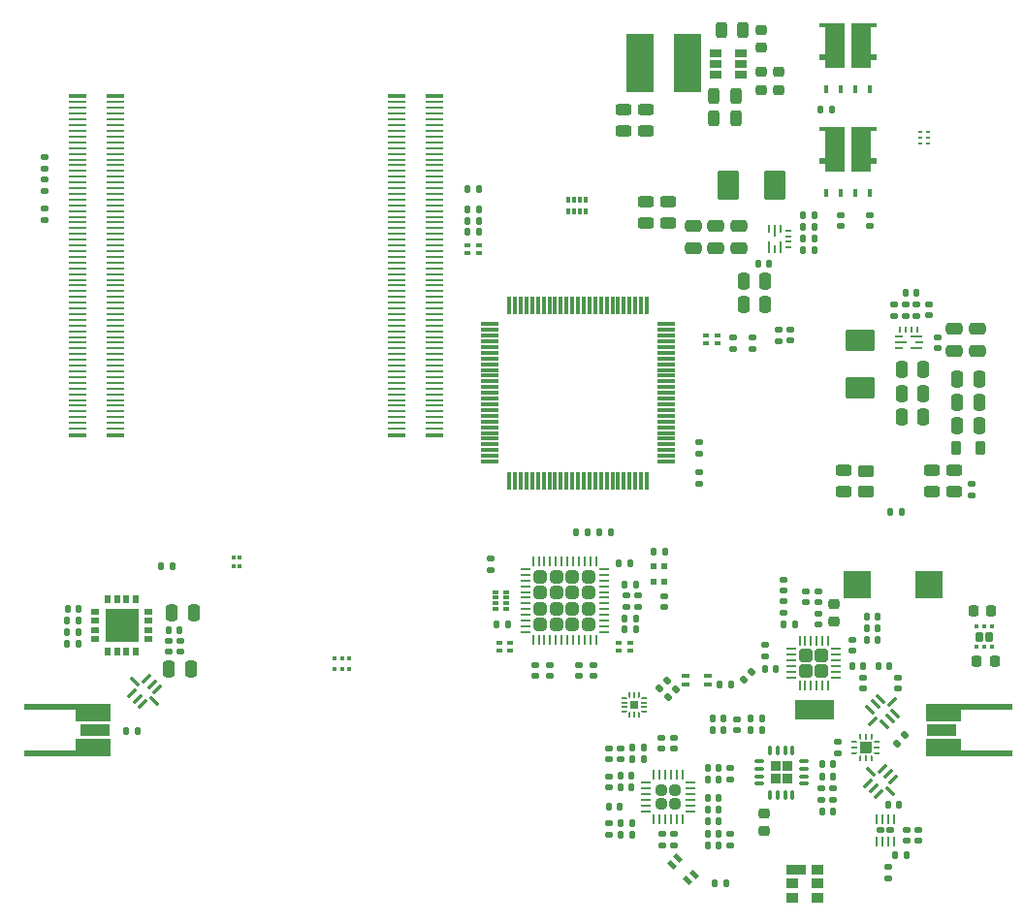
<source format=gtp>
G04 #@! TF.GenerationSoftware,KiCad,Pcbnew,7.0.0-da2b9df05c~171~ubuntu22.04.1*
G04 #@! TF.CreationDate,2023-04-04T23:18:37+03:00*
G04 #@! TF.ProjectId,satnogs-comms,7361746e-6f67-4732-9d63-6f6d6d732e6b,rev?*
G04 #@! TF.SameCoordinates,PX4eb9cf0PY82ce540*
G04 #@! TF.FileFunction,Paste,Top*
G04 #@! TF.FilePolarity,Positive*
%FSLAX46Y46*%
G04 Gerber Fmt 4.6, Leading zero omitted, Abs format (unit mm)*
G04 Created by KiCad (PCBNEW 7.0.0-da2b9df05c~171~ubuntu22.04.1) date 2023-04-04 23:18:37*
%MOMM*%
%LPD*%
G01*
G04 APERTURE LIST*
G04 Aperture macros list*
%AMRoundRect*
0 Rectangle with rounded corners*
0 $1 Rounding radius*
0 $2 $3 $4 $5 $6 $7 $8 $9 X,Y pos of 4 corners*
0 Add a 4 corners polygon primitive as box body*
4,1,4,$2,$3,$4,$5,$6,$7,$8,$9,$2,$3,0*
0 Add four circle primitives for the rounded corners*
1,1,$1+$1,$2,$3*
1,1,$1+$1,$4,$5*
1,1,$1+$1,$6,$7*
1,1,$1+$1,$8,$9*
0 Add four rect primitives between the rounded corners*
20,1,$1+$1,$2,$3,$4,$5,0*
20,1,$1+$1,$4,$5,$6,$7,0*
20,1,$1+$1,$6,$7,$8,$9,0*
20,1,$1+$1,$8,$9,$2,$3,0*%
%AMRotRect*
0 Rectangle, with rotation*
0 The origin of the aperture is its center*
0 $1 length*
0 $2 width*
0 $3 Rotation angle, in degrees counterclockwise*
0 Add horizontal line*
21,1,$1,$2,0,0,$3*%
%AMFreePoly0*
4,1,7,1.500000,-0.775000,-1.500000,-0.775000,-1.500000,0.225000,-6.000000,0.225000,-6.000000,0.775000,1.500000,0.775000,1.500000,-0.775000,1.500000,-0.775000,$1*%
%AMFreePoly1*
4,1,8,1.500000,-0.775000,-1.500000,-0.775000,-6.000000,-0.775000,-6.000000,-0.225000,-1.500000,-0.225000,-1.500000,0.775000,1.500000,0.775000,1.500000,-0.775000,1.500000,-0.775000,$1*%
%AMFreePoly2*
4,1,6,0.125000,-0.099500,-0.013000,-0.237500,-0.125000,-0.237500,-0.125000,0.237500,0.125000,0.237500,0.125000,-0.099500,0.125000,-0.099500,$1*%
%AMFreePoly3*
4,1,6,0.125000,0.099500,0.125000,-0.237500,-0.125000,-0.237500,-0.125000,0.237500,-0.013000,0.237500,0.125000,0.099500,0.125000,0.099500,$1*%
%AMFreePoly4*
4,1,36,0.462941,0.544983,0.479174,0.544983,0.492307,0.535440,0.507748,0.530424,0.517290,0.517290,0.530424,0.507748,0.535440,0.492307,0.544983,0.479174,0.544983,0.462941,0.550000,0.447500,0.550000,-0.447500,0.544983,-0.462941,0.544983,-0.479174,0.535440,-0.492307,0.530424,-0.507748,0.517290,-0.517290,0.507748,-0.530424,0.492307,-0.535440,0.479174,-0.544983,0.462941,-0.544983,
0.447500,-0.550000,-0.447500,-0.550000,-0.462941,-0.544983,-0.479174,-0.544983,-0.492307,-0.535440,-0.507748,-0.530424,-0.517290,-0.517290,-0.530424,-0.507748,-0.535440,-0.492307,-0.544983,-0.479174,-0.544983,-0.462941,-0.550000,-0.447500,-0.550000,0.350000,-0.350000,0.550000,0.447500,0.550000,0.462941,0.544983,0.462941,0.544983,$1*%
%AMFreePoly5*
4,1,14,0.155252,0.089749,0.264749,-0.019748,0.275000,-0.044497,0.275000,-0.065000,0.264749,-0.089749,0.240000,-0.100000,-0.240000,-0.100000,-0.264749,-0.089749,-0.275000,-0.065000,-0.275000,0.065000,-0.264749,0.089749,-0.240000,0.100000,0.130503,0.100000,0.155252,0.089749,0.155252,0.089749,$1*%
%AMFreePoly6*
4,1,14,0.264749,0.089749,0.275000,0.065000,0.275000,0.044497,0.264749,0.019748,0.155252,-0.089749,0.130503,-0.100000,-0.240000,-0.100000,-0.264749,-0.089749,-0.275000,-0.065000,-0.275000,0.065000,-0.264749,0.089749,-0.240000,0.100000,0.240000,0.100000,0.264749,0.089749,0.264749,0.089749,$1*%
%AMFreePoly7*
4,1,14,0.089749,0.264749,0.100000,0.240000,0.100000,-0.240000,0.089749,-0.264749,0.065000,-0.275000,-0.065000,-0.275000,-0.089749,-0.264749,-0.100000,-0.240000,-0.100000,0.130503,-0.089749,0.155252,0.019748,0.264749,0.044497,0.275000,0.065000,0.275000,0.089749,0.264749,0.089749,0.264749,$1*%
%AMFreePoly8*
4,1,14,-0.019748,0.264749,0.089749,0.155252,0.100000,0.130503,0.100000,-0.240000,0.089749,-0.264749,0.065000,-0.275000,-0.065000,-0.275000,-0.089749,-0.264749,-0.100000,-0.240000,-0.100000,0.240000,-0.089749,0.264749,-0.065000,0.275000,-0.044497,0.275000,-0.019748,0.264749,-0.019748,0.264749,$1*%
%AMFreePoly9*
4,1,14,0.264749,0.089749,0.275000,0.065000,0.275000,-0.065000,0.264749,-0.089749,0.240000,-0.100000,-0.130503,-0.100000,-0.155252,-0.089749,-0.264749,0.019748,-0.275000,0.044497,-0.275000,0.065000,-0.264749,0.089749,-0.240000,0.100000,0.240000,0.100000,0.264749,0.089749,0.264749,0.089749,$1*%
%AMFreePoly10*
4,1,14,0.264749,0.089749,0.275000,0.065000,0.275000,-0.065000,0.264749,-0.089749,0.240000,-0.100000,-0.240000,-0.100000,-0.264749,-0.089749,-0.275000,-0.065000,-0.275000,-0.044497,-0.264749,-0.019747,-0.155252,0.089749,-0.130503,0.100000,0.240000,0.100000,0.264749,0.089749,0.264749,0.089749,$1*%
%AMFreePoly11*
4,1,14,0.089749,0.264749,0.100000,0.240000,0.100000,-0.130503,0.089749,-0.155252,-0.019748,-0.264749,-0.044497,-0.275000,-0.065000,-0.275000,-0.089749,-0.264749,-0.100000,-0.240000,-0.100000,0.240000,-0.089749,0.264749,-0.065000,0.275000,0.065000,0.275000,0.089749,0.264749,0.089749,0.264749,$1*%
%AMFreePoly12*
4,1,14,0.089749,0.264749,0.100000,0.240000,0.100000,-0.240000,0.089749,-0.264749,0.065000,-0.275000,0.044497,-0.275000,0.019748,-0.264749,-0.089749,-0.155252,-0.100000,-0.130503,-0.100000,0.240000,-0.089749,0.264749,-0.065000,0.275000,0.065000,0.275000,0.089749,0.264749,0.089749,0.264749,$1*%
G04 Aperture macros list end*
%ADD10RoundRect,0.243750X-0.243750X-0.456250X0.243750X-0.456250X0.243750X0.456250X-0.243750X0.456250X0*%
%ADD11RoundRect,0.243750X0.456250X-0.243750X0.456250X0.243750X-0.456250X0.243750X-0.456250X-0.243750X0*%
%ADD12R,2.350000X5.100000*%
%ADD13RoundRect,0.218750X0.256250X-0.218750X0.256250X0.218750X-0.256250X0.218750X-0.256250X-0.218750X0*%
%ADD14RoundRect,0.218750X-0.256250X0.218750X-0.256250X-0.218750X0.256250X-0.218750X0.256250X0.218750X0*%
%ADD15R,2.600000X1.100000*%
%ADD16FreePoly0,180.000000*%
%ADD17FreePoly1,180.000000*%
%ADD18RoundRect,0.147500X-0.147500X-0.172500X0.147500X-0.172500X0.147500X0.172500X-0.147500X0.172500X0*%
%ADD19RoundRect,0.147500X0.017678X-0.226274X0.226274X-0.017678X-0.017678X0.226274X-0.226274X0.017678X0*%
%ADD20FreePoly0,0.000000*%
%ADD21FreePoly1,0.000000*%
%ADD22RoundRect,0.147500X0.172500X-0.147500X0.172500X0.147500X-0.172500X0.147500X-0.172500X-0.147500X0*%
%ADD23RotRect,0.350000X1.000000X45.000000*%
%ADD24RotRect,0.350000X1.000000X315.000000*%
%ADD25RoundRect,0.147500X-0.017678X0.226274X-0.226274X0.017678X0.017678X-0.226274X0.226274X-0.017678X0*%
%ADD26FreePoly2,270.000000*%
%ADD27R,0.475000X0.250000*%
%ADD28FreePoly3,90.000000*%
%ADD29FreePoly2,0.000000*%
%ADD30R,0.250000X0.475000*%
%ADD31FreePoly3,180.000000*%
%ADD32FreePoly2,90.000000*%
%ADD33FreePoly3,270.000000*%
%ADD34FreePoly2,180.000000*%
%ADD35FreePoly3,0.000000*%
%ADD36FreePoly4,180.000000*%
%ADD37RoundRect,0.140000X-0.180000X0.140000X-0.180000X-0.140000X0.180000X-0.140000X0.180000X0.140000X0*%
%ADD38RoundRect,0.062500X-0.062500X0.325000X-0.062500X-0.325000X0.062500X-0.325000X0.062500X0.325000X0*%
%ADD39RoundRect,0.147500X0.147500X0.172500X-0.147500X0.172500X-0.147500X-0.172500X0.147500X-0.172500X0*%
%ADD40R,0.750000X0.400000*%
%ADD41RoundRect,0.147500X-0.172500X0.147500X-0.172500X-0.147500X0.172500X-0.147500X0.172500X0.147500X0*%
%ADD42RoundRect,0.075000X0.075000X-0.725000X0.075000X0.725000X-0.075000X0.725000X-0.075000X-0.725000X0*%
%ADD43RoundRect,0.075000X0.725000X-0.075000X0.725000X0.075000X-0.725000X0.075000X-0.725000X-0.075000X0*%
%ADD44R,2.370000X2.430000*%
%ADD45R,1.060000X0.650000*%
%ADD46R,0.410000X0.330000*%
%ADD47RoundRect,0.140000X-0.140000X-0.170000X0.140000X-0.170000X0.140000X0.170000X-0.140000X0.170000X0*%
%ADD48RoundRect,0.218750X0.218750X0.256250X-0.218750X0.256250X-0.218750X-0.256250X0.218750X-0.256250X0*%
%ADD49RoundRect,0.225000X-0.250000X0.225000X-0.250000X-0.225000X0.250000X-0.225000X0.250000X0.225000X0*%
%ADD50RotRect,0.750000X0.400000X135.000000*%
%ADD51RotRect,0.750000X0.400000X315.000000*%
%ADD52RoundRect,0.250000X-0.335000X-0.335000X0.335000X-0.335000X0.335000X0.335000X-0.335000X0.335000X0*%
%ADD53RoundRect,0.062500X-0.350000X-0.062500X0.350000X-0.062500X0.350000X0.062500X-0.350000X0.062500X0*%
%ADD54RoundRect,0.062500X-0.062500X-0.350000X0.062500X-0.350000X0.062500X0.350000X-0.062500X0.350000X0*%
%ADD55RoundRect,0.075000X0.075000X0.075000X-0.075000X0.075000X-0.075000X-0.075000X0.075000X-0.075000X0*%
%ADD56FreePoly5,180.000000*%
%ADD57RoundRect,0.050000X0.225000X0.050000X-0.225000X0.050000X-0.225000X-0.050000X0.225000X-0.050000X0*%
%ADD58FreePoly6,180.000000*%
%ADD59FreePoly7,180.000000*%
%ADD60RoundRect,0.050000X0.050000X0.225000X-0.050000X0.225000X-0.050000X-0.225000X0.050000X-0.225000X0*%
%ADD61FreePoly8,180.000000*%
%ADD62FreePoly9,180.000000*%
%ADD63FreePoly10,180.000000*%
%ADD64FreePoly11,180.000000*%
%ADD65FreePoly12,180.000000*%
%ADD66R,0.740000X0.740000*%
%ADD67RotRect,0.350000X1.000000X135.000000*%
%ADD68RoundRect,0.250000X0.315000X-0.315000X0.315000X0.315000X-0.315000X0.315000X-0.315000X-0.315000X0*%
%ADD69RoundRect,0.062500X0.062500X-0.375000X0.062500X0.375000X-0.062500X0.375000X-0.062500X-0.375000X0*%
%ADD70RoundRect,0.062500X0.375000X-0.062500X0.375000X0.062500X-0.375000X0.062500X-0.375000X-0.062500X0*%
%ADD71R,0.550000X0.500000*%
%ADD72RoundRect,0.240000X0.240000X-0.240000X0.240000X0.240000X-0.240000X0.240000X-0.240000X-0.240000X0*%
%ADD73RoundRect,0.140000X-0.170000X0.140000X-0.170000X-0.140000X0.170000X-0.140000X0.170000X0.140000X0*%
%ADD74RoundRect,0.140000X0.140000X0.170000X-0.140000X0.170000X-0.140000X-0.170000X0.140000X-0.170000X0*%
%ADD75RoundRect,0.135000X-0.185000X0.135000X-0.185000X-0.135000X0.185000X-0.135000X0.185000X0.135000X0*%
%ADD76RoundRect,0.135000X0.185000X-0.135000X0.185000X0.135000X-0.185000X0.135000X-0.185000X-0.135000X0*%
%ADD77RoundRect,0.135000X0.135000X0.185000X-0.135000X0.185000X-0.135000X-0.185000X0.135000X-0.185000X0*%
%ADD78R,0.500000X0.400000*%
%ADD79R,0.500000X0.300000*%
%ADD80RoundRect,0.227500X-0.227500X-0.227500X0.227500X-0.227500X0.227500X0.227500X-0.227500X0.227500X0*%
%ADD81RoundRect,0.075000X-0.350000X-0.075000X0.350000X-0.075000X0.350000X0.075000X-0.350000X0.075000X0*%
%ADD82RoundRect,0.075000X-0.075000X-0.350000X0.075000X-0.350000X0.075000X0.350000X-0.075000X0.350000X0*%
%ADD83RoundRect,0.250000X0.450000X-0.262500X0.450000X0.262500X-0.450000X0.262500X-0.450000X-0.262500X0*%
%ADD84R,0.300000X0.350000*%
%ADD85RoundRect,0.250000X-0.475000X0.250000X-0.475000X-0.250000X0.475000X-0.250000X0.475000X0.250000X0*%
%ADD86RoundRect,0.250000X-0.250000X-0.475000X0.250000X-0.475000X0.250000X0.475000X-0.250000X0.475000X0*%
%ADD87RoundRect,0.140000X0.170000X-0.140000X0.170000X0.140000X-0.170000X0.140000X-0.170000X-0.140000X0*%
%ADD88R,0.410000X0.720000*%
%ADD89R,1.730000X3.990000*%
%ADD90R,0.470000X0.410000*%
%ADD91R,0.585000X0.510000*%
%ADD92R,0.600000X0.770000*%
%ADD93R,0.770000X0.600000*%
%ADD94R,2.875000X2.875000*%
%ADD95RoundRect,0.135000X-0.135000X-0.185000X0.135000X-0.185000X0.135000X0.185000X-0.135000X0.185000X0*%
%ADD96R,3.400000X1.800000*%
%ADD97RoundRect,0.189500X0.758000X1.060500X-0.758000X1.060500X-0.758000X-1.060500X0.758000X-1.060500X0*%
%ADD98RoundRect,0.050000X0.275000X-0.050000X0.275000X0.050000X-0.275000X0.050000X-0.275000X-0.050000X0*%
%ADD99RoundRect,0.050000X0.450000X-0.050000X0.450000X0.050000X-0.450000X0.050000X-0.450000X-0.050000X0*%
%ADD100RoundRect,0.062500X0.062500X0.212500X-0.062500X0.212500X-0.062500X-0.212500X0.062500X-0.212500X0*%
%ADD101RoundRect,0.062500X-0.062500X-0.212500X0.062500X-0.212500X0.062500X0.212500X-0.062500X0.212500X0*%
%ADD102RoundRect,0.250000X0.250000X0.475000X-0.250000X0.475000X-0.250000X-0.475000X0.250000X-0.475000X0*%
%ADD103RoundRect,0.218750X-0.218750X-0.381250X0.218750X-0.381250X0.218750X0.381250X-0.218750X0.381250X0*%
%ADD104R,1.550000X0.350000*%
%ADD105R,1.550000X0.230000*%
%ADD106R,0.400000X0.500000*%
%ADD107R,0.300000X0.500000*%
%ADD108R,1.700000X0.810000*%
%ADD109R,1.050000X0.810000*%
%ADD110R,0.330000X0.270000*%
%ADD111RoundRect,0.172500X-0.172500X0.262500X-0.172500X-0.262500X0.172500X-0.262500X0.172500X0.262500X0*%
%ADD112RoundRect,0.093750X-0.106250X0.093750X-0.106250X-0.093750X0.106250X-0.093750X0.106250X0.093750X0*%
%ADD113RoundRect,0.189500X-1.060500X0.758000X-1.060500X-0.758000X1.060500X-0.758000X1.060500X0.758000X0*%
%ADD114RoundRect,0.050000X-0.050000X-0.275000X0.050000X-0.275000X0.050000X0.275000X-0.050000X0.275000X0*%
%ADD115RoundRect,0.050000X-0.050000X-0.450000X0.050000X-0.450000X0.050000X0.450000X-0.050000X0.450000X0*%
%ADD116RoundRect,0.062500X0.212500X-0.062500X0.212500X0.062500X-0.212500X0.062500X-0.212500X-0.062500X0*%
%ADD117RoundRect,0.062500X-0.212500X0.062500X-0.212500X-0.062500X0.212500X-0.062500X0.212500X0.062500X0*%
G04 APERTURE END LIST*
D10*
X62178000Y72628300D03*
X64053000Y72628300D03*
X62178000Y74528300D03*
X64053000Y74528300D03*
X62791100Y80346300D03*
X64666100Y80346300D03*
D11*
X56205500Y71490800D03*
X56205500Y73365800D03*
X54254400Y71490800D03*
X54254400Y73365800D03*
D12*
X59880499Y77428299D03*
X55730499Y77428299D03*
D13*
X66294000Y75082300D03*
X66294000Y76657300D03*
D14*
X67843400Y76657200D03*
X67843400Y75082200D03*
D15*
X82004999Y19151599D03*
D16*
X82205000Y17626600D03*
D17*
X82205000Y20676600D03*
D18*
X65379600Y20167600D03*
X66349600Y20167600D03*
X62659400Y23139400D03*
X63629400Y23139400D03*
D19*
X64782653Y23609300D03*
X65468547Y24295194D03*
D11*
X56200000Y63451500D03*
X56200000Y65326500D03*
X58181200Y63451500D03*
X58181200Y65326500D03*
X81204500Y39982000D03*
X81204500Y41857000D03*
X83154500Y39982000D03*
X83154500Y41857000D03*
D15*
X8153399Y19151599D03*
D20*
X7953400Y20676600D03*
D21*
X7953400Y17626600D03*
D18*
X5705900Y27711200D03*
X6675900Y27711200D03*
X74216400Y24790400D03*
X75186400Y24790400D03*
D22*
X66624200Y25651600D03*
X66624200Y26621600D03*
D23*
X76696322Y21924015D03*
X76236703Y21464395D03*
X75777083Y21004776D03*
D24*
X76024571Y19979471D03*
D23*
X77049876Y19731983D03*
X77509495Y20191603D03*
X77969115Y20651222D03*
D24*
X77721627Y21676527D03*
D25*
X78854347Y18732547D03*
X78168453Y18046653D03*
D22*
X72951340Y17170400D03*
X72951340Y18140400D03*
D26*
X76375100Y17165700D03*
D27*
X76375099Y17665699D03*
D28*
X76375100Y18165700D03*
D29*
X75912600Y18628200D03*
D30*
X75412599Y18628199D03*
D31*
X74912600Y18628200D03*
D32*
X74450100Y18165700D03*
D27*
X74450099Y17665699D03*
D33*
X74450100Y17165700D03*
D34*
X74912600Y16703200D03*
D30*
X75412599Y16703199D03*
D35*
X75912600Y16703200D03*
D36*
X75412600Y17665700D03*
D18*
X77998600Y8280400D03*
X78968600Y8280400D03*
D37*
X77514400Y10439400D03*
X76714400Y10439400D03*
D38*
X77864400Y11401900D03*
X77364400Y11401900D03*
X76864400Y11401900D03*
X76364400Y11401900D03*
X76364400Y9476900D03*
X76864400Y9476900D03*
X77364400Y9476900D03*
X77864400Y9476900D03*
D22*
X79984600Y9525000D03*
X79984600Y10495000D03*
X78955900Y9525000D03*
X78955900Y10495000D03*
D18*
X5703500Y28727200D03*
X6673500Y28727200D03*
D39*
X6675900Y26695200D03*
X5705900Y26695200D03*
X11813400Y19138900D03*
X10843400Y19138900D03*
D25*
X58813700Y22783800D03*
X58127806Y22097906D03*
D11*
X73450000Y39982000D03*
X73450000Y41857000D03*
D40*
X61630199Y23133099D03*
X61630199Y23933099D03*
X59680199Y23933099D03*
X59680199Y23133099D03*
D39*
X62994400Y20167600D03*
X62024400Y20167600D03*
D22*
X64200900Y19174600D03*
X64200900Y20144600D03*
D18*
X13891400Y33528000D03*
X14861400Y33528000D03*
D14*
X66294000Y80340300D03*
X66294000Y78765300D03*
D41*
X78219300Y23802200D03*
X78219300Y22832200D03*
D18*
X76502400Y24777700D03*
X77472400Y24777700D03*
D41*
X75184000Y23802200D03*
X75184000Y22832200D03*
D42*
X44292000Y40966000D03*
X44792000Y40966000D03*
X45292000Y40966000D03*
X45792000Y40966000D03*
X46292000Y40966000D03*
X46792000Y40966000D03*
X47292000Y40966000D03*
X47792000Y40966000D03*
X48292000Y40966000D03*
X48792000Y40966000D03*
X49292000Y40966000D03*
X49792000Y40966000D03*
X50292000Y40966000D03*
X50792000Y40966000D03*
X51292000Y40966000D03*
X51792000Y40966000D03*
X52292000Y40966000D03*
X52792000Y40966000D03*
X53292000Y40966000D03*
X53792000Y40966000D03*
X54292000Y40966000D03*
X54792000Y40966000D03*
X55292000Y40966000D03*
X55792000Y40966000D03*
X56292000Y40966000D03*
D43*
X57967000Y42641000D03*
X57967000Y43141000D03*
X57967000Y43641000D03*
X57967000Y44141000D03*
X57967000Y44641000D03*
X57967000Y45141000D03*
X57967000Y45641000D03*
X57967000Y46141000D03*
X57967000Y46641000D03*
X57967000Y47141000D03*
X57967000Y47641000D03*
X57967000Y48141000D03*
X57967000Y48641000D03*
X57967000Y49141000D03*
X57967000Y49641000D03*
X57967000Y50141000D03*
X57967000Y50641000D03*
X57967000Y51141000D03*
X57967000Y51641000D03*
X57967000Y52141000D03*
X57967000Y52641000D03*
X57967000Y53141000D03*
X57967000Y53641000D03*
X57967000Y54141000D03*
X57967000Y54641000D03*
D42*
X56292000Y56316000D03*
X55792000Y56316000D03*
X55292000Y56316000D03*
X54792000Y56316000D03*
X54292000Y56316000D03*
X53792000Y56316000D03*
X53292000Y56316000D03*
X52792000Y56316000D03*
X52292000Y56316000D03*
X51792000Y56316000D03*
X51292000Y56316000D03*
X50792000Y56316000D03*
X50292000Y56316000D03*
X49792000Y56316000D03*
X49292000Y56316000D03*
X48792000Y56316000D03*
X48292000Y56316000D03*
X47792000Y56316000D03*
X47292000Y56316000D03*
X46792000Y56316000D03*
X46292000Y56316000D03*
X45792000Y56316000D03*
X45292000Y56316000D03*
X44792000Y56316000D03*
X44292000Y56316000D03*
D43*
X42617000Y54641000D03*
X42617000Y54141000D03*
X42617000Y53641000D03*
X42617000Y53141000D03*
X42617000Y52641000D03*
X42617000Y52141000D03*
X42617000Y51641000D03*
X42617000Y51141000D03*
X42617000Y50641000D03*
X42617000Y50141000D03*
X42617000Y49641000D03*
X42617000Y49141000D03*
X42617000Y48641000D03*
X42617000Y48141000D03*
X42617000Y47641000D03*
X42617000Y47141000D03*
X42617000Y46641000D03*
X42617000Y46141000D03*
X42617000Y45641000D03*
X42617000Y45141000D03*
X42617000Y44641000D03*
X42617000Y44141000D03*
X42617000Y43641000D03*
X42617000Y43141000D03*
X42617000Y42641000D03*
D44*
X74699999Y31859999D03*
X80939999Y31859999D03*
D39*
X66349600Y19151600D03*
X65379600Y19151600D03*
D22*
X63576200Y14907400D03*
X63576200Y15877400D03*
X84632800Y39697800D03*
X84632800Y40667800D03*
D39*
X78539200Y38252400D03*
X77569200Y38252400D03*
D45*
X62305499Y78284299D03*
X62305499Y77334299D03*
X62305499Y76384299D03*
X64505499Y76384299D03*
X64505499Y77334299D03*
X64505499Y78284299D03*
D46*
X29024999Y24504999D03*
X29674999Y24504999D03*
X30324999Y24504999D03*
X30324999Y25494999D03*
X29674999Y25494999D03*
X29024999Y25494999D03*
D47*
X62258000Y5778500D03*
X63218000Y5778500D03*
D41*
X46558200Y24869000D03*
X46558200Y23899000D03*
D22*
X47828200Y23901400D03*
X47828200Y24871400D03*
X77368400Y6246000D03*
X77368400Y7216000D03*
D48*
X86664900Y25189400D03*
X85089900Y25189400D03*
X86384900Y29589400D03*
X84809900Y29589400D03*
D41*
X72580500Y14071600D03*
X72580500Y13101600D03*
D18*
X71587500Y15163800D03*
X72557500Y15163800D03*
X71587500Y12077700D03*
X72557500Y12077700D03*
D41*
X71564500Y14071600D03*
X71564500Y13101600D03*
D39*
X72557500Y16230600D03*
X71587500Y16230600D03*
D49*
X66560700Y11951000D03*
X66560700Y10401000D03*
D50*
X59842585Y6050827D03*
X60408271Y6616513D03*
X59029413Y7995371D03*
D51*
X58463727Y7429685D03*
D52*
X70209700Y25702700D03*
X70209700Y24352700D03*
X71559700Y25702700D03*
X71559700Y24352700D03*
D53*
X68922200Y26277700D03*
X68922200Y25777700D03*
X68922200Y25277700D03*
X68922200Y24777700D03*
X68922200Y24277700D03*
X68922200Y23777700D03*
D54*
X69634700Y23065200D03*
X70134700Y23065200D03*
X70634700Y23065200D03*
X71134700Y23065200D03*
X71634700Y23065200D03*
X72134700Y23065200D03*
D53*
X72847200Y23777700D03*
X72847200Y24277700D03*
X72847200Y24777700D03*
X72847200Y25277700D03*
X72847200Y25777700D03*
X72847200Y26277700D03*
D54*
X72134700Y26990200D03*
X71634700Y26990200D03*
X71134700Y26990200D03*
X70634700Y26990200D03*
X70134700Y26990200D03*
X69634700Y26990200D03*
D22*
X71260000Y30345000D03*
X71260000Y31315000D03*
D18*
X68250000Y28409900D03*
X69220000Y28409900D03*
X75485000Y28120000D03*
X76455000Y28120000D03*
X75485000Y29120000D03*
X76455000Y29120000D03*
D39*
X76454000Y27089100D03*
X75484000Y27089100D03*
D22*
X71260000Y28401900D03*
X71260000Y29371900D03*
X68250000Y29448900D03*
X68250000Y30418900D03*
D41*
X70218600Y31315000D03*
X70218600Y30345000D03*
D22*
X68250000Y31379300D03*
X68250000Y32349300D03*
D25*
X58102547Y23482347D03*
X57416653Y22796453D03*
D55*
X55377080Y21199680D03*
X55377080Y21569680D03*
X55007080Y21199680D03*
X55007080Y21569680D03*
D56*
X56067080Y20784680D03*
D57*
X56067080Y21184680D03*
X56067080Y21584680D03*
D58*
X56067080Y21984680D03*
D59*
X55592080Y22259680D03*
D60*
X55192080Y22259680D03*
D61*
X54792080Y22259680D03*
D62*
X54317080Y21984680D03*
D57*
X54317080Y21584680D03*
X54317080Y21184680D03*
D63*
X54317080Y20784680D03*
D64*
X54792080Y20509680D03*
D60*
X55192080Y20509680D03*
D65*
X55592080Y20509680D03*
D66*
X55192079Y21384679D03*
D41*
X50368200Y24871400D03*
X50368200Y23901400D03*
X51638200Y24869000D03*
X51638200Y23899000D03*
D67*
X75611983Y14529822D03*
X76071603Y14070203D03*
X76531222Y13610583D03*
D23*
X77556527Y13858071D03*
D67*
X77804015Y14883376D03*
X77344395Y15342995D03*
X76884776Y15802615D03*
D23*
X75859471Y15555127D03*
D18*
X43177600Y28448000D03*
X44147600Y28448000D03*
D22*
X55575000Y29950000D03*
X55575000Y30920000D03*
D39*
X55323600Y28960000D03*
X54353600Y28960000D03*
D18*
X56893600Y34747200D03*
X57863600Y34747200D03*
D68*
X47010900Y28405400D03*
X48410900Y28405400D03*
X49810900Y28405400D03*
X51210900Y28405400D03*
X47010900Y29805400D03*
X48410900Y29805400D03*
X49810900Y29805400D03*
X51210900Y29805400D03*
X47010900Y31205400D03*
X48410900Y31205400D03*
X49810900Y31205400D03*
X51210900Y31205400D03*
X47010900Y32605400D03*
X48410900Y32605400D03*
X49810900Y32605400D03*
X51210900Y32605400D03*
D69*
X46360900Y27067900D03*
X46860900Y27067900D03*
X47360900Y27067900D03*
X47860900Y27067900D03*
X48360900Y27067900D03*
X48860900Y27067900D03*
X49360900Y27067900D03*
X49860900Y27067900D03*
X50360900Y27067900D03*
X50860900Y27067900D03*
X51360900Y27067900D03*
X51860900Y27067900D03*
D70*
X52548400Y27755400D03*
X52548400Y28255400D03*
X52548400Y28755400D03*
X52548400Y29255400D03*
X52548400Y29755400D03*
X52548400Y30255400D03*
X52548400Y30755400D03*
X52548400Y31255400D03*
X52548400Y31755400D03*
X52548400Y32255400D03*
X52548400Y32755400D03*
X52548400Y33255400D03*
D69*
X51860900Y33942900D03*
X51360900Y33942900D03*
X50860900Y33942900D03*
X50360900Y33942900D03*
X49860900Y33942900D03*
X49360900Y33942900D03*
X48860900Y33942900D03*
X48360900Y33942900D03*
X47860900Y33942900D03*
X47360900Y33942900D03*
X46860900Y33942900D03*
X46360900Y33942900D03*
D70*
X45673400Y33255400D03*
X45673400Y32755400D03*
X45673400Y32255400D03*
X45673400Y31755400D03*
X45673400Y31255400D03*
X45673400Y30755400D03*
X45673400Y30255400D03*
X45673400Y29755400D03*
X45673400Y29255400D03*
X45673400Y28755400D03*
X45673400Y28255400D03*
X45673400Y27755400D03*
D22*
X54550000Y29950000D03*
X54550000Y30920000D03*
X57835800Y29944200D03*
X57835800Y30914200D03*
D39*
X54841000Y33782000D03*
X53871000Y33782000D03*
D71*
X56903599Y33516799D03*
X56903599Y32116799D03*
X57853599Y32116799D03*
X57853599Y33516799D03*
D39*
X55323600Y31910000D03*
X54353600Y31910000D03*
D18*
X54353600Y27965400D03*
X55323600Y27965400D03*
D39*
X78336000Y12649200D03*
X77366000Y12649200D03*
X54991000Y11061700D03*
X54021000Y11061700D03*
X62562600Y15910000D03*
X61592600Y15910000D03*
D41*
X57607200Y18521400D03*
X57607200Y17551400D03*
D18*
X54000400Y15189200D03*
X54970400Y15189200D03*
D39*
X54991000Y10020300D03*
X54021000Y10020300D03*
D41*
X57645300Y10111600D03*
X57645300Y9141600D03*
D39*
X62575300Y12255500D03*
X61605300Y12255500D03*
D18*
X62024400Y19151600D03*
X62994400Y19151600D03*
D41*
X53007400Y11026000D03*
X53007400Y10056000D03*
D72*
X57574800Y12763500D03*
X58724800Y12763500D03*
X57574800Y13913500D03*
X58724800Y13913500D03*
D69*
X56899800Y11401000D03*
X57399800Y11401000D03*
X57899800Y11401000D03*
X58399800Y11401000D03*
X58899800Y11401000D03*
X59399800Y11401000D03*
D70*
X60087300Y12088500D03*
X60087300Y12588500D03*
X60087300Y13088500D03*
X60087300Y13588500D03*
X60087300Y14088500D03*
X60087300Y14588500D03*
D69*
X59399800Y15276000D03*
X58899800Y15276000D03*
X58399800Y15276000D03*
X57899800Y15276000D03*
X57399800Y15276000D03*
X56899800Y15276000D03*
D70*
X56212300Y14588500D03*
X56212300Y14088500D03*
X56212300Y13588500D03*
X56212300Y13088500D03*
X56212300Y12588500D03*
X56212300Y12088500D03*
D22*
X53009800Y16642220D03*
X53009800Y17612220D03*
D18*
X52969300Y12537440D03*
X53939300Y12537440D03*
D22*
X58674000Y17551400D03*
X58674000Y18521400D03*
D18*
X55064800Y17635220D03*
X56034800Y17635220D03*
D39*
X56034800Y16619220D03*
X55064800Y16619220D03*
X62575300Y11239500D03*
X61605300Y11239500D03*
X62575300Y13271500D03*
X61605300Y13271500D03*
X54970400Y14173200D03*
X54000400Y14173200D03*
D41*
X53012200Y15166200D03*
X53012200Y14196200D03*
D22*
X58661300Y9141600D03*
X58661300Y10111600D03*
X54025800Y16642220D03*
X54025800Y17612220D03*
D39*
X62560700Y14910000D03*
X61590700Y14910000D03*
D18*
X66621800Y24549100D03*
X67591800Y24549100D03*
X61592600Y9093200D03*
X62562600Y9093200D03*
X61590200Y10134600D03*
X62560200Y10134600D03*
D22*
X63563500Y9128900D03*
X63563500Y10098900D03*
D41*
X74206100Y27091500D03*
X74206100Y26121500D03*
D13*
X72620000Y28652500D03*
X72620000Y30227500D03*
D73*
X75742800Y64157800D03*
X75742800Y63197800D03*
D74*
X72438200Y73360000D03*
X71478200Y73360000D03*
D75*
X3759200Y69267800D03*
X3759200Y68247800D03*
D76*
X3759200Y63752000D03*
X3759200Y64772000D03*
X3759200Y66241200D03*
X3759200Y67261200D03*
D77*
X53138800Y36449000D03*
X52118800Y36449000D03*
X51132200Y36449000D03*
X50112200Y36449000D03*
D75*
X42646600Y34165000D03*
X42646600Y33145000D03*
D78*
X43060999Y31255399D03*
D79*
X43060999Y30755399D03*
X43060999Y30255399D03*
D78*
X43060999Y29755399D03*
X44060999Y29755399D03*
D79*
X44060999Y30255399D03*
X44060999Y30755399D03*
D78*
X44060999Y31255399D03*
D73*
X81675000Y53505000D03*
X81675000Y52545000D03*
D80*
X67521600Y16019000D03*
X67521600Y14969000D03*
X68571600Y16019000D03*
X68571600Y14969000D03*
D81*
X66096600Y16469000D03*
X66096600Y15819000D03*
X66096600Y15169000D03*
X66096600Y14519000D03*
D82*
X67071600Y13544000D03*
X67721600Y13544000D03*
X68371600Y13544000D03*
X69021600Y13544000D03*
D81*
X69996600Y14519000D03*
X69996600Y15169000D03*
X69996600Y15819000D03*
X69996600Y16469000D03*
D82*
X69021600Y17444000D03*
X68371600Y17444000D03*
X67721600Y17444000D03*
X67071600Y17444000D03*
D83*
X75442700Y40007000D03*
X75442700Y41832000D03*
D84*
X20739999Y33529999D03*
X20239999Y33529999D03*
X20739999Y34249999D03*
X20239999Y34249999D03*
D85*
X62350000Y63200000D03*
X62350000Y61300000D03*
D41*
X68800000Y54167500D03*
X68800000Y53197500D03*
D86*
X14569400Y24536400D03*
X16469400Y24536400D03*
D41*
X65532000Y53469400D03*
X65532000Y52499400D03*
D87*
X14579600Y26037600D03*
X14579600Y26997600D03*
D88*
X71958199Y66091799D03*
X73228199Y66091799D03*
X74498199Y66091799D03*
X75768199Y66091799D03*
D89*
X72748199Y69886799D03*
X74978199Y69886799D03*
D90*
X76078199Y71677799D03*
X71648199Y71677799D03*
D91*
X71591199Y68884799D03*
X76135199Y68884799D03*
D92*
X11649999Y30649999D03*
X10849999Y30649999D03*
X10049999Y30649999D03*
X9249999Y30649999D03*
D93*
X8134999Y29534999D03*
X8134999Y28734999D03*
X8134999Y27934999D03*
X8134999Y27134999D03*
D92*
X9249999Y26019999D03*
X10049999Y26019999D03*
X10849999Y26019999D03*
X11649999Y26019999D03*
D93*
X12764999Y27134999D03*
X12764999Y27934999D03*
X12764999Y28734999D03*
X12764999Y29534999D03*
D94*
X10449999Y28334999D03*
D95*
X69915000Y64125000D03*
X70935000Y64125000D03*
D96*
X70916799Y20980399D03*
D97*
X67470000Y66800000D03*
X63375000Y66800000D03*
D98*
X78300000Y53525000D03*
D99*
X78475000Y53025000D03*
D98*
X78300000Y52525000D03*
D99*
X79875000Y52525000D03*
D98*
X80050000Y53025000D03*
D99*
X79875000Y53525000D03*
D100*
X79925000Y54200000D03*
X79425000Y54200000D03*
X78925000Y54200000D03*
D101*
X78425000Y54200000D03*
D74*
X66955000Y59950000D03*
X65995000Y59950000D03*
D86*
X78550000Y46500000D03*
X80450000Y46500000D03*
D47*
X69945000Y61125000D03*
X70905000Y61125000D03*
D78*
X61499999Y53649999D03*
X61499999Y52949999D03*
X62499999Y52949999D03*
X62499999Y53649999D03*
D88*
X71964999Y75164499D03*
X73234999Y75164499D03*
X74504999Y75164499D03*
X75774999Y75164499D03*
D89*
X72754999Y78959499D03*
X74984999Y78959499D03*
D90*
X76084999Y80750499D03*
X71654999Y80750499D03*
D91*
X71597999Y77957499D03*
X76141999Y77957499D03*
D41*
X63830200Y53469400D03*
X63830200Y52499400D03*
D18*
X40663000Y62687200D03*
X41633000Y62687200D03*
D75*
X79875000Y56385000D03*
X79875000Y55365000D03*
D78*
X43391199Y26816799D03*
X43391199Y26116799D03*
X44391199Y26116799D03*
X44391199Y26816799D03*
D102*
X85325000Y47800000D03*
X83425000Y47800000D03*
D85*
X85200000Y54225000D03*
X85200000Y52325000D03*
D86*
X78550000Y50650000D03*
X80450000Y50650000D03*
D103*
X83287500Y43850000D03*
X85412500Y43850000D03*
D75*
X78875000Y56385000D03*
X78875000Y55365000D03*
D78*
X54847999Y26096999D03*
X54847999Y26796999D03*
X53847999Y26796999D03*
X53847999Y26096999D03*
D104*
X6637199Y44956999D03*
X9937199Y44956999D03*
X34437199Y44956999D03*
X37737199Y44956999D03*
D105*
X6637199Y45516999D03*
X9937199Y45516999D03*
X34437199Y45516999D03*
X37737199Y45516999D03*
X6637199Y46016999D03*
X9937199Y46016999D03*
X34437199Y46016999D03*
X37737199Y46016999D03*
X6637199Y46516999D03*
X9937199Y46516999D03*
X34437199Y46516999D03*
X37737199Y46516999D03*
X6637199Y47016999D03*
X9937199Y47016999D03*
X34437199Y47016999D03*
X37737199Y47016999D03*
X6637199Y47516999D03*
X9937199Y47516999D03*
X34437199Y47516999D03*
X37737199Y47516999D03*
X6637199Y48016999D03*
X9937199Y48016999D03*
X34437199Y48016999D03*
X37737199Y48016999D03*
X6637199Y48516999D03*
X9937199Y48516999D03*
X34437199Y48516999D03*
X37737199Y48516999D03*
X6637199Y49016999D03*
X9937199Y49016999D03*
X34437199Y49016999D03*
X37737199Y49016999D03*
X6637199Y49516999D03*
X9937199Y49516999D03*
X34437199Y49516999D03*
X37737199Y49516999D03*
X6637199Y50016999D03*
X9937199Y50016999D03*
X34437199Y50016999D03*
X37737199Y50016999D03*
X6637199Y50516999D03*
X9937199Y50516999D03*
X34437199Y50516999D03*
X37737199Y50516999D03*
X6637199Y51016999D03*
X9937199Y51016999D03*
X34437199Y51016999D03*
X37737199Y51016999D03*
X6637199Y51516999D03*
X9937199Y51516999D03*
X34437199Y51516999D03*
X37737199Y51516999D03*
X6637199Y52016999D03*
X9937199Y52016999D03*
X34437199Y52016999D03*
X37737199Y52016999D03*
X6637199Y52516999D03*
X9937199Y52516999D03*
X34437199Y52516999D03*
X37737199Y52516999D03*
X6637199Y53016999D03*
X9937199Y53016999D03*
X34437199Y53016999D03*
X37737199Y53016999D03*
X6637199Y53516999D03*
X9937199Y53516999D03*
X34437199Y53516999D03*
X37737199Y53516999D03*
X6637199Y54016999D03*
X9937199Y54016999D03*
X34437199Y54016999D03*
X37737199Y54016999D03*
X6637199Y54516999D03*
X9937199Y54516999D03*
X34437199Y54516999D03*
X37737199Y54516999D03*
X6637199Y55016999D03*
X9937199Y55016999D03*
X34437199Y55016999D03*
X37737199Y55016999D03*
X6637199Y55516999D03*
X9937199Y55516999D03*
X34437199Y55516999D03*
X37737199Y55516999D03*
X6637199Y56016999D03*
X9937199Y56016999D03*
X34437199Y56016999D03*
X37737199Y56016999D03*
X6637199Y56516999D03*
X9937199Y56516999D03*
X34437199Y56516999D03*
X37737199Y56516999D03*
X6637199Y57016999D03*
X9937199Y57016999D03*
X34437199Y57016999D03*
X37737199Y57016999D03*
X6637199Y57516999D03*
X9937199Y57516999D03*
X34437199Y57516999D03*
X37737199Y57516999D03*
X6637199Y58016999D03*
X9937199Y58016999D03*
X34437199Y58016999D03*
X37737199Y58016999D03*
X6637199Y58516999D03*
X9937199Y58516999D03*
X34437199Y58516999D03*
X37737199Y58516999D03*
X6637199Y59016999D03*
X9937199Y59016999D03*
X34437199Y59016999D03*
X37737199Y59016999D03*
X6637199Y59516999D03*
X9937199Y59516999D03*
X34437199Y59516999D03*
X37737199Y59516999D03*
X6637199Y60016999D03*
X9937199Y60016999D03*
X34437199Y60016999D03*
X37737199Y60016999D03*
X6637199Y60516999D03*
X9937199Y60516999D03*
X34437199Y60516999D03*
X37737199Y60516999D03*
X6637199Y61016999D03*
X9937199Y61016999D03*
X34437199Y61016999D03*
X37737199Y61016999D03*
X6637199Y61516999D03*
X9937199Y61516999D03*
X34437199Y61516999D03*
X37737199Y61516999D03*
X6637199Y62016999D03*
X9937199Y62016999D03*
X34437199Y62016999D03*
X37737199Y62016999D03*
X6637199Y62516999D03*
X9937199Y62516999D03*
X34437199Y62516999D03*
X37737199Y62516999D03*
X6637199Y63016999D03*
X9937199Y63016999D03*
X34437199Y63016999D03*
X37737199Y63016999D03*
X6637199Y63516999D03*
X9937199Y63516999D03*
X34437199Y63516999D03*
X37737199Y63516999D03*
X6637199Y64016999D03*
X9937199Y64016999D03*
X34437199Y64016999D03*
X37737199Y64016999D03*
X6637199Y64516999D03*
X9937199Y64516999D03*
X34437199Y64516999D03*
X37737199Y64516999D03*
X6637199Y65016999D03*
X9937199Y65016999D03*
X34437199Y65016999D03*
X37737199Y65016999D03*
X6637199Y65516999D03*
X9937199Y65516999D03*
X34437199Y65516999D03*
X37737199Y65516999D03*
X6637199Y66016999D03*
X9937199Y66016999D03*
X34437199Y66016999D03*
X37737199Y66016999D03*
X6637199Y66516999D03*
X9937199Y66516999D03*
X34437199Y66516999D03*
X37737199Y66516999D03*
X6637199Y67016999D03*
X9937199Y67016999D03*
X34437199Y67016999D03*
X37737199Y67016999D03*
X6637199Y67516999D03*
X9937199Y67516999D03*
X34437199Y67516999D03*
X37737199Y67516999D03*
X6637199Y68016999D03*
X9937199Y68016999D03*
X34437199Y68016999D03*
X37737199Y68016999D03*
X6637199Y68516999D03*
X9937199Y68516999D03*
X34437199Y68516999D03*
X37737199Y68516999D03*
X6637199Y69016999D03*
X9937199Y69016999D03*
X34437199Y69016999D03*
X37737199Y69016999D03*
X6637199Y69516999D03*
X9937199Y69516999D03*
X34437199Y69516999D03*
X37737199Y69516999D03*
X6637199Y70016999D03*
X9937199Y70016999D03*
X34437199Y70016999D03*
X37737199Y70016999D03*
X6637199Y70516999D03*
X9937199Y70516999D03*
X34437199Y70516999D03*
X37737199Y70516999D03*
X6637199Y71016999D03*
X9937199Y71016999D03*
X34437199Y71016999D03*
X37737199Y71016999D03*
X6637199Y71516999D03*
X9937199Y71516999D03*
X34437199Y71516999D03*
X37737199Y71516999D03*
X6637199Y72016999D03*
X9937199Y72016999D03*
X34437199Y72016999D03*
X37737199Y72016999D03*
X6637199Y72516999D03*
X9937199Y72516999D03*
X34437199Y72516999D03*
X37737199Y72516999D03*
X6637199Y73016999D03*
X9937199Y73016999D03*
X34437199Y73016999D03*
X37737199Y73016999D03*
X6637199Y73516999D03*
X9937199Y73516999D03*
X34437199Y73516999D03*
X37737199Y73516999D03*
X6637199Y74016999D03*
X9937199Y74016999D03*
X34437199Y74016999D03*
X37737199Y74016999D03*
D104*
X6637199Y74576999D03*
X9937199Y74576999D03*
X34437199Y74576999D03*
X37737199Y74576999D03*
D106*
X50929999Y65529999D03*
D107*
X50429999Y65529999D03*
X49929999Y65529999D03*
D106*
X49429999Y65529999D03*
X49429999Y64529999D03*
D107*
X49929999Y64529999D03*
X50429999Y64529999D03*
D106*
X50929999Y64529999D03*
D78*
X40622599Y61549999D03*
X40622599Y60849999D03*
X41622599Y60849999D03*
X41622599Y61549999D03*
D85*
X64375000Y63200000D03*
X64375000Y61300000D03*
D108*
X69349999Y6964999D03*
D109*
X69024999Y5774999D03*
X69024999Y4584999D03*
X71174999Y4584999D03*
X71174999Y5774999D03*
X71174999Y6964999D03*
D85*
X83175000Y54225000D03*
X83175000Y52325000D03*
X60325000Y63200000D03*
X60325000Y61300000D03*
D110*
X80819999Y70399999D03*
X80819999Y70899999D03*
X80819999Y71399999D03*
X80139999Y71399999D03*
X80139999Y70899999D03*
X80139999Y70399999D03*
D87*
X15570200Y26014600D03*
X15570200Y26974600D03*
D102*
X16748800Y29464000D03*
X14848800Y29464000D03*
D47*
X78870000Y57375000D03*
X79830000Y57375000D03*
X5710900Y29743200D03*
X6670900Y29743200D03*
D86*
X78550000Y48575000D03*
X80450000Y48575000D03*
D77*
X70935000Y63125000D03*
X69915000Y63125000D03*
X70935000Y62125000D03*
X69915000Y62125000D03*
D102*
X85325000Y49825000D03*
X83425000Y49825000D03*
D87*
X80925000Y55395000D03*
X80925000Y56355000D03*
D76*
X77875000Y55365000D03*
X77875000Y56385000D03*
D102*
X66650000Y56400000D03*
X64750000Y56400000D03*
D75*
X60900000Y41710000D03*
X60900000Y40690000D03*
D73*
X73202800Y64157800D03*
X73202800Y63197800D03*
D102*
X66650000Y58425000D03*
X64750000Y58425000D03*
D111*
X86150400Y27355800D03*
X85350400Y27355800D03*
D112*
X86400400Y28243300D03*
X85750400Y28243300D03*
X85100400Y28243300D03*
X85100400Y26468300D03*
X85750400Y26468300D03*
X86400400Y26468300D03*
D75*
X60900000Y44360000D03*
X60900000Y43340000D03*
D24*
X11349983Y22378422D03*
X11809603Y21918803D03*
X12269222Y21459183D03*
D23*
X13294527Y21706671D03*
D24*
X13542015Y22731976D03*
X13082395Y23191595D03*
X12622776Y23651215D03*
D23*
X11597471Y23403727D03*
D95*
X40612600Y63677800D03*
X41632600Y63677800D03*
D113*
X74925000Y53197500D03*
X74925000Y49102500D03*
D102*
X85325000Y45775000D03*
X83425000Y45775000D03*
D75*
X67809400Y54192500D03*
X67809400Y53172500D03*
D18*
X40663000Y64643000D03*
X41633000Y64643000D03*
X40663000Y66395600D03*
X41633000Y66395600D03*
D114*
X67950000Y62950000D03*
D115*
X67450000Y62775000D03*
D114*
X66950000Y62950000D03*
D115*
X66950000Y61375000D03*
D114*
X67450000Y61200000D03*
D115*
X67950000Y61375000D03*
D116*
X68625000Y61325000D03*
X68625000Y61825000D03*
X68625000Y62325000D03*
D117*
X68625000Y62825000D03*
D74*
X15516800Y27940000D03*
X14556800Y27940000D03*
M02*

</source>
